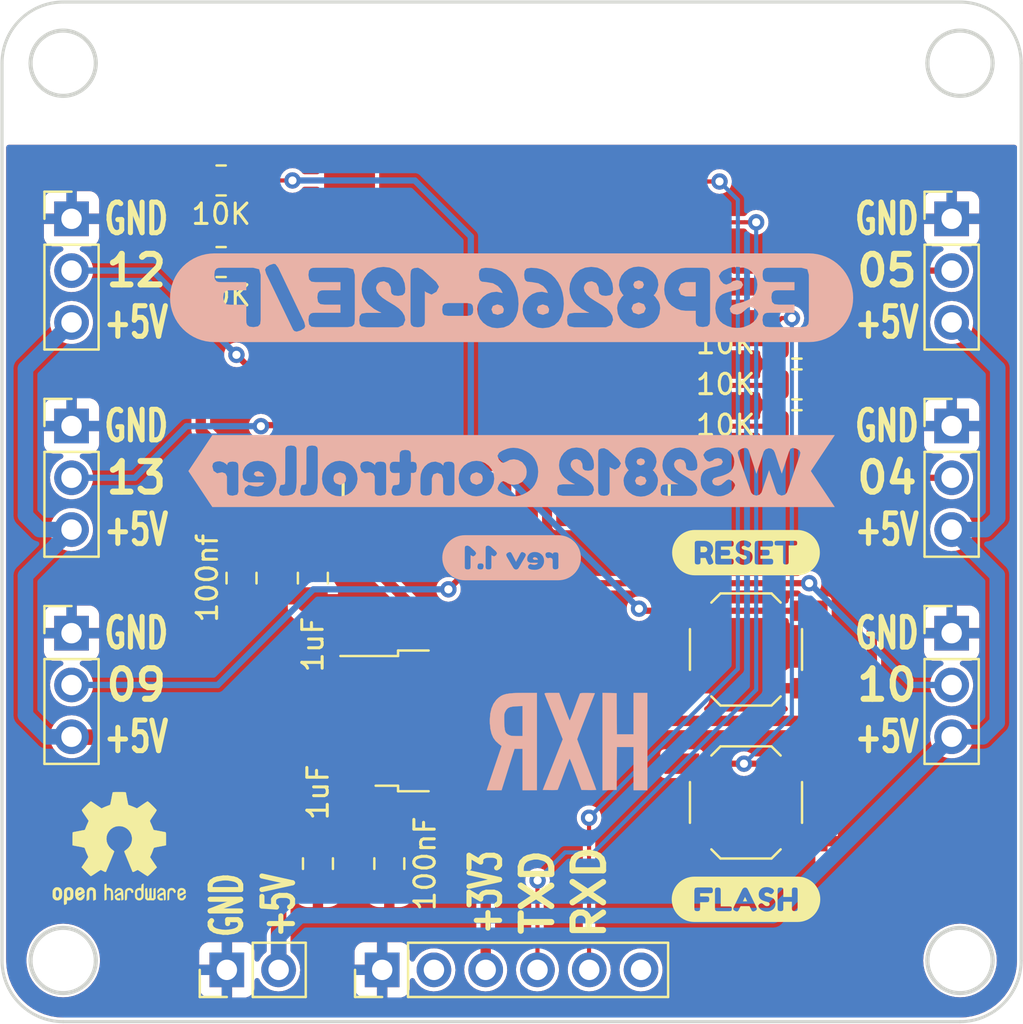
<source format=kicad_pcb>
(kicad_pcb (version 20241229) (generator "pcbnew") (generator_version "9.0")
  (title_block (title "ESP8266-12E/F WS2812 Controller") (date "2022-06-12") (rev "1.1") (company "HXR.DK") (comment 1 "CC-BY-SA"))
  (layers (0 "F.Cu" signal) (2 "B.Cu" signal) (13 "F.Paste" user) (15 "B.Paste" user) (5 "F.SilkS" user "F.Silkscreen") (7 "B.SilkS" user "B.Silkscreen") (1 "F.Mask" user) (3 "B.Mask" user) (25 "Edge.Cuts" user))
  (net 0 "")
  (net 1 "+5V")
  (net 2 "GND")
  (net 3 "+3V3")
  (net 4 "GPIO4")
  (net 5 "TXD")
  (net 6 "GPIO9")
  (net 7 "RXD")
  (net 8 "GPIO10")
  (net 9 "GPIO5")
  (net 10 "GPIO12")
  (net 11 "GPIO13")
  (net 14 "Net-(U2-CH_PD)")
  (net 15 "/~{RESET}")
  (net 16 "/~{FLASH}")
  (net 17 "Net-(U2-GPIO15)")
  (net 18 "Net-(U2-GPIO2)")
  (net 19 "ADC")
  (net 20 "GPIO16")
  (net 21 "GPIO14")
  (net 22 "CS0")
  (net 23 "MISO")
  (net 24 "MOSI")
  (net 25 "SCLK")
  (footprint "Connector_PinHeader_2.54mm:PinHeader_1x03_P2.54mm_Vertical" (layer "F.Cu") (at 96.59 70.79)
    (property "Reference" "J1" (hide yes))
    (property "Value" "WS2812")
    (pad "1" thru_hole rect (at 0 0) (size 1.7 1.7) (drill 1) (layers "*.Cu" "*.Mask") (net 2 "GND"))
    (pad "2" thru_hole oval (at 0 2.54) (size 1.7 1.7) (drill 1) (layers "*.Cu" "*.Mask") (net 4 "GPIO4"))
    (pad "3" thru_hole oval (at 0 5.08) (size 1.7 1.7) (drill 1) (layers "*.Cu" "*.Mask") (net 1 "+5V"))
  )
  (footprint "Package_TO_SOT_SMD:TO-252-2" (layer "F.Cu") (at 71.9 85.25)
    (property "Reference" "U1" (hide yes))
    (property "Value" "NCP1117-3.3_TO252")
    (pad "1" smd rect (at -4.2 -2.28) (size 2.2 1.2) (layers "F.Cu" "F.Mask" "F.Paste") (net 2 "GND"))
    (pad "2" smd rect (at 2.1 0) (size 6.4 5.8) (layers "F.Cu" "F.Mask") (net 3 "+3V3"))
    (pad "3" smd rect (at -4.2 2.28) (size 2.2 1.2) (layers "F.Cu" "F.Mask" "F.Paste") (net 1 "+5V"))
  )
  (footprint "ESP8266:ESP-12E_SMD" (layer "F.Cu") (at 67.75 58.75)
    (property "Reference" "U2" (hide yes))
    (property "Value" "ESP-12E" (hide yes))
    (pad "1" smd rect (at 0 0) (size 2.5 1.1) (drill (offset -0.7 0)) (layers "F.Cu" "F.Mask" "F.Paste") (net 15 "/~{RESET}"))
    (pad "2" smd rect (at 0 2) (size 2.5 1.1) (drill (offset -0.7 0)) (layers "F.Cu" "F.Mask" "F.Paste") (net 19 "ADC"))
    (pad "3" smd rect (at 0 4) (size 2.5 1.1) (drill (offset -0.7 0)) (layers "F.Cu" "F.Mask" "F.Paste") (net 14 "Net-(U2-CH_PD)"))
    (pad "4" smd rect (at 0 6) (size 2.5 1.1) (drill (offset -0.7 0)) (layers "F.Cu" "F.Mask" "F.Paste") (net 20 "GPIO16"))
    (pad "5" smd rect (at 0 8) (size 2.5 1.1) (drill (offset -0.7 0)) (layers "F.Cu" "F.Mask" "F.Paste") (net 21 "GPIO14"))
    (pad "6" smd rect (at 0 10) (size 2.5 1.1) (drill (offset -0.7 0)) (layers "F.Cu" "F.Mask" "F.Paste") (net 10 "GPIO12"))
    (pad "7" smd rect (at 0 12) (size 2.5 1.1) (drill (offset -0.7 0)) (layers "F.Cu" "F.Mask" "F.Paste") (net 11 "GPIO13"))
    (pad "8" smd rect (at 0 14) (size 2.5 1.1) (drill (offset -0.7 0)) (layers "F.Cu" "F.Mask" "F.Paste") (net 3 "+3V3"))
    (pad "9" smd rect (at 14 14) (size 2.5 1.1) (drill (offset 0.7 0)) (layers "F.Cu" "F.Mask" "F.Paste") (net 2 "GND"))
    (pad "10" smd rect (at 14 12) (size 2.5 1.1) (drill (offset 0.7 0)) (layers "F.Cu" "F.Mask" "F.Paste") (net 17 "Net-(U2-GPIO15)"))
    (pad "11" smd rect (at 14 10) (size 2.5 1.1) (drill (offset 0.7 0)) (layers "F.Cu" "F.Mask" "F.Paste") (net 18 "Net-(U2-GPIO2)"))
    (pad "12" smd rect (at 14 8) (size 2.5 1.1) (drill (offset 0.7 0)) (layers "F.Cu" "F.Mask" "F.Paste") (net 16 "/~{FLASH}"))
    (pad "13" smd rect (at 14 6) (size 2.5 1.1) (drill (offset 0.7 0)) (layers "F.Cu" "F.Mask" "F.Paste") (net 4 "GPIO4"))
    (pad "14" smd rect (at 14 4) (size 2.5 1.1) (drill (offset 0.7 0)) (layers "F.Cu" "F.Mask" "F.Paste") (net 9 "GPIO5"))
    (pad "15" smd rect (at 14 2) (size 2.5 1.1) (drill (offset 0.7 0)) (layers "F.Cu" "F.Mask" "F.Paste") (net 5 "TXD"))
    (pad "16" smd rect (at 14 0) (size 2.5 1.1) (drill (offset 0.7 0)) (layers "F.Cu" "F.Mask" "F.Paste") (net 7 "RXD"))
    (pad "17" smd rect (at 1.99 15 90) (size 2.5 1.1) (drill (offset -0.7 0)) (layers "F.Cu" "F.Mask" "F.Paste") (net 22 "CS0"))
    (pad "18" smd rect (at 3.99 15 90) (size 2.5 1.1) (drill (offset -0.7 0)) (layers "F.Cu" "F.Mask" "F.Paste") (net 23 "MISO"))
    (pad "19" smd rect (at 5.99 15 90) (size 2.5 1.1) (drill (offset -0.7 0)) (layers "F.Cu" "F.Mask" "F.Paste") (net 6 "GPIO9"))
    (pad "20" smd rect (at 7.99 15 90) (size 2.5 1.1) (drill (offset -0.7 0)) (layers "F.Cu" "F.Mask" "F.Paste") (net 8 "GPIO10"))
    (pad "21" smd rect (at 9.99 15 90) (size 2.5 1.1) (drill (offset -0.7 0)) (layers "F.Cu" "F.Mask" "F.Paste") (net 24 "MOSI"))
    (pad "22" smd rect (at 11.99 15 90) (size 2.5 1.1) (drill (offset -0.7 0)) (layers "F.Cu" "F.Mask" "F.Paste") (net 25 "SCLK"))
  )
  (footprint "Connector_PinHeader_2.54mm:PinHeader_1x03_P2.54mm_Vertical" (layer "F.Cu") (at 96.59 60.63)
    (property "Reference" "J2" (hide yes))
    (property "Value" "WS2812")
    (pad "1" thru_hole rect (at 0 0) (size 1.7 1.7) (drill 1) (layers "*.Cu" "*.Mask") (net 2 "GND"))
    (pad "2" thru_hole oval (at 0 2.54) (size 1.7 1.7) (drill 1) (layers "*.Cu" "*.Mask") (net 9 "GPIO5"))
    (pad "3" thru_hole oval (at 0 5.08) (size 1.7 1.7) (drill 1) (layers "*.Cu" "*.Mask") (net 1 "+5V"))
  )
  (footprint "Connector_PinHeader_2.54mm:PinHeader_1x03_P2.54mm_Vertical" (layer "F.Cu") (at 53.41 80.95)
    (property "Reference" "J3" (hide yes))
    (property "Value" "WS2812")
    (pad "1" thru_hole rect (at 0 0) (size 1.7 1.7) (drill 1) (layers "*.Cu" "*.Mask") (net 2 "GND"))
    (pad "2" thru_hole oval (at 0 2.54) (size 1.7 1.7) (drill 1) (layers "*.Cu" "*.Mask") (net 6 "GPIO9"))
    (pad "3" thru_hole oval (at 0 5.08) (size 1.7 1.7) (drill 1) (layers "*.Cu" "*.Mask") (net 1 "+5V"))
  )
  (footprint "Connector_PinHeader_2.54mm:PinHeader_1x03_P2.54mm_Vertical" (layer "F.Cu") (at 96.59 80.95)
    (property "Reference" "J4" (hide yes))
    (property "Value" "WS2812")
    (pad "1" thru_hole rect (at 0 0) (size 1.7 1.7) (drill 1) (layers "*.Cu" "*.Mask") (net 2 "GND"))
    (pad "2" thru_hole oval (at 0 2.54) (size 1.7 1.7) (drill 1) (layers "*.Cu" "*.Mask") (net 8 "GPIO10"))
    (pad "3" thru_hole oval (at 0 5.08) (size 1.7 1.7) (drill 1) (layers "*.Cu" "*.Mask") (net 1 "+5V"))
  )
  (footprint "Connector_PinHeader_2.54mm:PinHeader_1x03_P2.54mm_Vertical" (layer "F.Cu") (at 53.41 60.63)
    (property "Reference" "J5" (hide yes))
    (property "Value" "WS2812")
    (pad "1" thru_hole rect (at 0 0) (size 1.7 1.7) (drill 1) (layers "*.Cu" "*.Mask") (net 2 "GND"))
    (pad "2" thru_hole oval (at 0 2.54) (size 1.7 1.7) (drill 1) (layers "*.Cu" "*.Mask") (net 10 "GPIO12"))
    (pad "3" thru_hole oval (at 0 5.08) (size 1.7 1.7) (drill 1) (layers "*.Cu" "*.Mask") (net 1 "+5V"))
  )
  (footprint "Connector_PinHeader_2.54mm:PinHeader_1x03_P2.54mm_Vertical" (layer "F.Cu") (at 53.41 70.79)
    (property "Reference" "J6" (hide yes))
    (property "Value" "WS2812")
    (pad "1" thru_hole rect (at 0 0) (size 1.7 1.7) (drill 1) (layers "*.Cu" "*.Mask") (net 2 "GND"))
    (pad "2" thru_hole oval (at 0 2.54) (size 1.7 1.7) (drill 1) (layers "*.Cu" "*.Mask") (net 11 "GPIO13"))
    (pad "3" thru_hole oval (at 0 5.08) (size 1.7 1.7) (drill 1) (layers "*.Cu" "*.Mask") (net 1 "+5V"))
  )
  (footprint "Connector_PinHeader_2.54mm:PinHeader_1x02_P2.54mm_Vertical" (layer "F.Cu") (at 61.03 97.46 90)
    (property "Reference" "J7" (hide yes))
    (property "Value" "POWER")
    (pad "1" thru_hole rect (at 0 0 90) (size 1.7 1.7) (drill 1) (layers "*.Cu" "*.Mask") (net 2 "GND"))
    (pad "2" thru_hole oval (at 0 2.54 90) (size 1.7 1.7) (drill 1) (layers "*.Cu" "*.Mask") (net 1 "+5V"))
  )
  (footprint "Connector_PinHeader_2.54mm:PinHeader_1x06_P2.54mm_Vertical" (layer "F.Cu") (at 68.65 97.46 90)
    (property "Reference" "J8" (hide yes))
    (property "Value" "FTDI")
    (pad "1" thru_hole rect (at 0 0 90) (size 1.7 1.7) (drill 1) (layers "*.Cu" "*.Mask") (net 2 "GND"))
    (pad "2" thru_hole oval (at 0 2.54 90) (size 1.7 1.7) (drill 1) (layers "*.Cu" "*.Mask"))
    (pad "3" thru_hole oval (at 0 5.08 90) (size 1.7 1.7) (drill 1) (layers "*.Cu" "*.Mask") (net 3 "+3V3"))
    (pad "4" thru_hole oval (at 0 7.62 90) (size 1.7 1.7) (drill 1) (layers "*.Cu" "*.Mask") (net 5 "TXD"))
    (pad "5" thru_hole oval (at 0 10.16 90) (size 1.7 1.7) (drill 1) (layers "*.Cu" "*.Mask") (net 7 "RXD"))
    (pad "6" thru_hole oval (at 0 12.7 90) (size 1.7 1.7) (drill 1) (layers "*.Cu" "*.Mask"))
  )
  (footprint "Symbol:OSHW-Logo2_7.3x6mm_SilkScreen" (layer "F.Cu") (at 55.75 91.5)
    (property "Reference" "REF**" (hide yes))
    (property "Value" "OSHW-Logo2_7.3x6mm_SilkScreen" (hide yes))
  )
  (footprint "Capacitor_SMD:C_0805_2012Metric_Pad1.18x1.45mm_HandSolder" (layer "F.Cu") (at 69 92.25 -90)
    (property "Reference" "C2" (hide yes))
    (property "Value" "100nF" (at 0 -1.75 90) (layer "F.SilkS"))
    (pad "1" smd roundrect (at -1.0375 0 270) (size 1.175 1.45) (layers "F.Cu" "F.Mask" "F.Paste") (roundrect_rratio 0.2127659574) (net 1 "+5V"))
    (pad "2" smd roundrect (at 1.0375 0 270) (size 1.175 1.45) (layers "F.Cu" "F.Mask" "F.Paste") (roundrect_rratio 0.2127659574) (net 2 "GND"))
  )
  (footprint "kibuzzard-62A653A7" (layer "F.Cu") (at 86.5 94)
    (property "Reference" "kibuzzard-62A653A7" (hide yes))
    (property "Value" "G***" (hide yes))
  )
  (footprint "Button_Switch_SMD:SW_SPST_TL3342" (layer "F.Cu") (at 86.5 89.25)
    (property "Reference" "SW2" (hide yes))
    (property "Value" "FLASH")
    (pad "1" smd rect (at -3.15 -1.9) (size 1.7 1) (layers "F.Cu" "F.Mask" "F.Paste") (net 16 "/~{FLASH}"))
    (pad "1" smd rect (at 3.15 -1.9) (size 1.7 1) (layers "F.Cu" "F.Mask" "F.Paste") (net 16 "/~{FLASH}"))
    (pad "2" smd rect (at -3.15 1.9) (size 1.7 1) (layers "F.Cu" "F.Mask" "F.Paste") (net 2 "GND"))
    (pad "2" smd rect (at 3.15 1.9) (size 1.7 1) (layers "F.Cu" "F.Mask" "F.Paste") (net 2 "GND"))
  )
  (footprint "kibuzzard-62A6539A" (layer "F.Cu") (at 86.5 77)
    (property "Reference" "kibuzzard-62A6539A" (hide yes))
    (property "Value" "G***" (hide yes))
  )
  (footprint "Resistor_SMD:R_0805_2012Metric_Pad1.20x1.40mm_HandSolder" (layer "F.Cu") (at 89 68.75 180)
    (property "Reference" "R5" (hide yes))
    (property "Value" "10K" (at 3.5 0 0) (layer "F.SilkS"))
    (pad "1" smd roundrect (at -1 0 180) (size 1.2 1.4) (layers "F.Cu" "F.Mask" "F.Paste") (roundrect_rratio 0.2083333333) (net 3 "+3V3"))
    (pad "2" smd roundrect (at 1 0 180) (size 1.2 1.4) (layers "F.Cu" "F.Mask" "F.Paste") (roundrect_rratio 0.2083333333) (net 18 "Net-(U2-GPIO2)"))
  )
  (footprint "Resistor_SMD:R_0805_2012Metric_Pad1.20x1.40mm_HandSolder" (layer "F.Cu") (at 89 66.75 180)
    (property "Reference" "R3" (hide yes))
    (property "Value" "10K" (at 3.5 0 0) (layer "F.SilkS"))
    (pad "1" smd roundrect (at -1 0 180) (size 1.2 1.4) (layers "F.Cu" "F.Mask" "F.Paste") (roundrect_rratio 0.2083333333) (net 3 "+3V3"))
    (pad "2" smd roundrect (at 1 0 180) (size 1.2 1.4) (layers "F.Cu" "F.Mask" "F.Paste") (roundrect_rratio 0.2083333333) (net 16 "/~{FLASH}"))
  )
  (footprint "Resistor_SMD:R_0805_2012Metric_Pad1.20x1.40mm_HandSolder" (layer "F.Cu") (at 89 70.75)
    (property "Reference" "R4" (hide yes))
    (property "Value" "10K" (at -3.5 0 0) (layer "F.SilkS"))
    (pad "1" smd roundrect (at -1 0) (size 1.2 1.4) (layers "F.Cu" "F.Mask" "F.Paste") (roundrect_rratio 0.2083333333) (net 17 "Net-(U2-GPIO15)"))
    (pad "2" smd roundrect (at 1 0) (size 1.2 1.4) (layers "F.Cu" "F.Mask" "F.Paste") (roundrect_rratio 0.2083333333) (net 2 "GND"))
  )
  (footprint "Button_Switch_SMD:SW_SPST_TL3342" (layer "F.Cu") (at 86.5 81.75)
    (property "Reference" "SW1" (hide yes))
    (property "Value" "RESET")
    (pad "1" smd rect (at -3.15 -1.9) (size 1.7 1) (layers "F.Cu" "F.Mask" "F.Paste") (net 15 "/~{RESET}"))
    (pad "1" smd rect (at 3.15 -1.9) (size 1.7 1) (layers "F.Cu" "F.Mask" "F.Paste") (net 15 "/~{RESET}"))
    (pad "2" smd rect (at -3.15 1.9) (size 1.7 1) (layers "F.Cu" "F.Mask" "F.Paste") (net 2 "GND"))
    (pad "2" smd rect (at 3.15 1.9) (size 1.7 1) (layers "F.Cu" "F.Mask" "F.Paste") (net 2 "GND"))
  )
  (footprint "Resistor_SMD:R_0805_2012Metric_Pad1.20x1.40mm_HandSolder" (layer "F.Cu") (at 60.75 62.75)
    (property "Reference" "R1" (hide yes))
    (property "Value" "10K" (at 0 1.65 0) (layer "F.SilkS"))
    (pad "1" smd roundrect (at -1 0) (size 1.2 1.4) (layers "F.Cu" "F.Mask" "F.Paste") (roundrect_rratio 0.2083333333) (net 3 "+3V3"))
    (pad "2" smd roundrect (at 1 0) (size 1.2 1.4) (layers "F.Cu" "F.Mask" "F.Paste") (roundrect_rratio 0.2083333333) (net 14 "Net-(U2-CH_PD)"))
  )
  (footprint "Resistor_SMD:R_0805_2012Metric_Pad1.20x1.40mm_HandSolder" (layer "F.Cu") (at 60.75 58.75)
    (property "Reference" "R2" (hide yes))
    (property "Value" "10K" (at 0 1.65 0) (layer "F.SilkS"))
    (pad "1" smd roundrect (at -1 0) (size 1.2 1.4) (layers "F.Cu" "F.Mask" "F.Paste") (roundrect_rratio 0.2083333333) (net 3 "+3V3"))
    (pad "2" smd roundrect (at 1 0) (size 1.2 1.4) (layers "F.Cu" "F.Mask" "F.Paste") (roundrect_rratio 0.2083333333) (net 15 "/~{RESET}"))
  )
  (footprint "Capacitor_SMD:C_0805_2012Metric_Pad1.18x1.45mm_HandSolder" (layer "F.Cu") (at 61.75 78.25 -90)
    (property "Reference" "C4" (hide yes))
    (property "Value" "100nf" (at 0 1.68 90) (layer "F.SilkS"))
    (pad "1" smd roundrect (at -1.0375 0 270) (size 1.175 1.45) (layers "F.Cu" "F.Mask" "F.Paste") (roundrect_rratio 0.2127659574) (net 3 "+3V3"))
    (pad "2" smd roundrect (at 1.0375 0 270) (size 1.175 1.45) (layers "F.Cu" "F.Mask" "F.Paste") (roundrect_rratio 0.2127659574) (net 2 "GND"))
  )
  (footprint "Capacitor_SMD:C_0805_2012Metric_Pad1.18x1.45mm_HandSolder" (layer "F.Cu") (at 65.5 92.25 -90)
    (property "Reference" "C1" (hide yes))
    (property "Value" "1uF" (at -3.5 0 90) (layer "F.SilkS"))
    (pad "1" smd roundrect (at -1.0375 0 270) (size 1.175 1.45) (layers "F.Cu" "F.Mask" "F.Paste") (roundrect_rratio 0.2127659574) (net 1 "+5V"))
    (pad "2" smd roundrect (at 1.0375 0 270) (size 1.175 1.45) (layers "F.Cu" "F.Mask" "F.Paste") (roundrect_rratio 0.2127659574) (net 2 "GND"))
  )
  (footprint "Capacitor_SMD:C_0805_2012Metric_Pad1.18x1.45mm_HandSolder" (layer "F.Cu") (at 65.25 78.25 -90)
    (property "Reference" "C3" (hide yes))
    (property "Value" "1uF" (at 3.25 0 90) (layer "F.SilkS"))
    (pad "1" smd roundrect (at -1.0375 0 270) (size 1.175 1.45) (layers "F.Cu" "F.Mask" "F.Paste") (roundrect_rratio 0.2127659574) (net 3 "+3V3"))
    (pad "2" smd roundrect (at 1.0375 0 270) (size 1.175 1.45) (layers "F.Cu" "F.Mask" "F.Paste") (roundrect_rratio 0.2127659574) (net 2 "GND"))
  )
  (footprint "Aesthetics:HXR_logo_small" (layer "B.Cu") (at 75 86.25 180)
    (property "Reference" "G***" (hide yes))
    (property "Value" "LOGO" (hide yes))
  )
  (footprint "kibuzzard-62A6554C" (layer "B.Cu") (at 75 73 180)
    (property "Reference" "kibuzzard-62A6554C" (hide yes))
    (property "Value" "G***" (hide yes))
  )
  (footprint "kibuzzard-62A65508" (layer "B.Cu") (at 75 64.5 180)
    (property "Reference" "kibuzzard-62A65508" (hide yes))
    (property "Value" "G***" (hide yes))
  )
  (footprint "kibuzzard-62A6557D" (layer "B.Cu") (at 75 77.25 180)
    (property "Reference" "kibuzzard-62A6557D" (hide yes))
    (property "Value" "G***" (hide yes))
  )
  (gr_arc (start 54.6 53) (mid 53 54.6) (end 51.4 53) (stroke (width 0.2)) (layer "Edge.Cuts"))
  (gr_arc (start 51.4 53) (mid 53 51.4) (end 54.6 53) (stroke (width 0.2)) (layer "Edge.Cuts"))
  (gr_arc (start 51.4 97) (mid 53 95.4) (end 54.6 97) (stroke (width 0.2)) (layer "Edge.Cuts"))
  (gr_arc (start 54.6 97) (mid 53 98.6) (end 51.4 97) (stroke (width 0.2)) (layer "Edge.Cuts"))
  (gr_arc (start 95.4 97) (mid 97 95.4) (end 98.6 97) (stroke (width 0.2)) (layer "Edge.Cuts"))
  (gr_arc (start 98.6 97) (mid 97 98.6) (end 95.4 97) (stroke (width 0.2)) (layer "Edge.Cuts"))
  (gr_arc (start 97 50) (mid 99.12132 50.87868) (end 100 53) (stroke (width 0.15)) (layer "Edge.Cuts"))
  (gr_arc (start 95.4 53) (mid 97 51.4) (end 98.6 53) (stroke (width 0.2)) (layer "Edge.Cuts"))
  (gr_arc (start 50 53) (mid 50.87868 50.87868) (end 53 50) (stroke (width 0.15)) (layer "Edge.Cuts"))
  (gr_line (start 100 97) (end 100 53) (stroke (width 0.15)) (layer "Edge.Cuts"))
  (gr_arc (start 100 97) (mid 99.12132 99.12132) (end 97 100) (stroke (width 0.15)) (layer "Edge.Cuts"))
  (gr_line (start 53 100) (end 97 100) (stroke (width 0.15)) (layer "Edge.Cuts"))
  (gr_arc (start 53 100) (mid 50.87868 99.12132) (end 50 97) (stroke (width 0.15)) (layer "Edge.Cuts"))
  (gr_arc (start 98.6 53) (mid 97 54.6) (end 95.4 53) (stroke (width 0.2)) (layer "Edge.Cuts"))
  (gr_line (start 50 53) (end 50 97) (stroke (width 0.15)) (layer "Edge.Cuts"))
  (gr_line (start 97 50) (end 53 50) (stroke (width 0.15)) (layer "Edge.Cuts"))
  (gr_text "04" (at 93.415 73.33 0) (layer "F.SilkS") (effects (font (size 1.5 1.5) (thickness 0.3))))
  (gr_text "10" (at 93.415 83.49 0) (layer "F.SilkS") (effects (font (size 1.5 1.5) (thickness 0.3))))
  (gr_text "09" (at 56.585 83.49 0) (layer "F.SilkS") (effects (font (size 1.5 1.5) (thickness 0.3))))
  (gr_text "13" (at 56.585 73.33 0) (layer "F.SilkS") (effects (font (size 1.5 1.5) (thickness 0.3))))
  (gr_text "12" (at 56.585 63.17 0) (layer "F.SilkS") (effects (font (size 1.5 1.5) (thickness 0.3))))
  (gr_text "+5V" (at 93.415 75.87 0) (layer "F.SilkS") (effects (font (size 1.5 1) (thickness 0.25))))
  (gr_text "+5V" (at 93.415 86.03 0) (layer "F.SilkS") (effects (font (size 1.5 1) (thickness 0.25))))
  (gr_text "+5V" (at 93.415 65.71 0) (layer "F.SilkS") (effects (font (size 1.5 1) (thickness 0.25))))
  (gr_text "+5V" (at 56.585 86.03 0) (layer "F.SilkS") (effects (font (size 1.5 1) (thickness 0.25))))
  (gr_text "+5V" (at 56.585 75.87 0) (layer "F.SilkS") (effects (font (size 1.5 1) (thickness 0.25))))
  (gr_text "+5V" (at 56.585 65.71 0) (layer "F.SilkS") (effects (font (size 1.5 1) (thickness 0.25))))
  (gr_text "GND" (at 93.415 80.95 0) (layer "F.SilkS") (effects (font (size 1.5 1) (thickness 0.25))))
  (gr_text "GND" (at 93.415 60.63 0) (layer "F.SilkS") (effects (font (size 1.5 1) (thickness 0.25))))
  (gr_text "GND" (at 56.585 60.63 0) (layer "F.SilkS") (effects (font (size 1.5 1) (thickness 0.25))))
  (gr_text "GND" (at 56.585 70.79 0) (layer "F.SilkS") (effects (font (size 1.5 1) (thickness 0.25))))
  (gr_text "GND" (at 56.585 80.95 0) (layer "F.SilkS") (effects (font (size 1.5 1) (thickness 0.25))))
  (gr_text "+5V" (at 63.57 94.285 90) (layer "F.SilkS") (effects (font (size 1.5 1) (thickness 0.25))))
  (gr_text "GND" (at 61.03 94.285 90) (layer "F.SilkS") (effects (font (size 1.5 1) (thickness 0.25))))
  (gr_text "+3V3" (at 73.73 93.65 90) (layer "F.SilkS") (effects (font (size 1.5 1) (thickness 0.25))))
  (gr_text "TXD" (at 76.27 93.65 90) (layer "F.SilkS") (effects (font (size 1.5 1.5) (thickness 0.3))))
  (gr_text "RXD" (at 78.81 93.65 90) (layer "F.SilkS") (effects (font (size 1.5 1.5) (thickness 0.3))))
  (gr_text "05" (at 93.415 63.17 0) (layer "F.SilkS") (effects (font (size 1.5 1.5) (thickness 0.3))))
  (gr_text "GND" (at 93.415 70.79 0) (layer "F.SilkS") (effects (font (size 1.5 1) (thickness 0.25))))
  (segment (start 53.43 86.05) (end 57.823 86.05) (width 0.762) (layer "F.Cu") (net 1))
  (segment (start 53.41 86.03) (end 53.43 86.05) (width 0.762) (layer "F.Cu") (net 1))
  (segment (start 64.1545 91.2125) (end 65.5 91.2125) (width 0.508) (layer "F.Cu") (net 1))
  (segment (start 69 90.25) (end 67.7 88.95) (width 0.508) (layer "F.Cu") (net 1))
  (segment (start 67.7 88.95) (end 67.7 87.53) (width 0.508) (layer "F.Cu") (net 1))
  (segment (start 63.57 97.46) (end 63.57 91.83) (width 0.762) (layer "F.Cu") (net 1))
  (segment (start 63.57 97.46) (end 63.57 91.797) (width 0.508) (layer "F.Cu") (net 1))
  (segment (start 65.5 91.2125) (end 69 91.2125) (width 0.508) (layer "F.Cu") (net 1))
  (segment (start 63.57 91.797) (end 64.1545 91.2125) (width 0.508) (layer "F.Cu") (net 1))
  (segment (start 57.823 86.05) (end 63.57 91.797) (width 0.762) (layer "F.Cu") (net 1))
  (segment (start 69 91.2125) (end 69 90.25) (width 0.508) (layer "F.Cu") (net 1))
  (segment (start 51.15 78.13) (end 53.41 75.87) (width 0.762) (layer "B.Cu") (net 1))
  (segment (start 96.59 86.03) (end 98.12 86.03) (width 0.762) (layer "B.Cu") (net 1))
  (segment (start 98.85 67.97) (end 96.59 65.71) (width 0.762) (layer "B.Cu") (net 1))
  (segment (start 51.15 67.97) (end 53.41 65.71) (width 0.762) (layer "B.Cu") (net 1))
  (segment (start 87.82 94.8) (end 96.59 86.03) (width 0.762) (layer "B.Cu") (net 1))
  (segment (start 98.12 86.03) (end 98.825 85.325) (width 0.762) (layer "B.Cu") (net 1))
  (segment (start 64.6 94.8) (end 87.82 94.8) (width 0.762) (layer "B.Cu") (net 1))
  (segment (start 96.59 75.87) (end 98.255 75.87) (width 0.762) (layer "B.Cu") (net 1))
  (segment (start 51.15 75.175) (end 51.15 67.97) (width 0.762) (layer "B.Cu") (net 1))
  (segment (start 52.207919 86.03) (end 51.15 84.972081) (width 0.762) (layer "B.Cu") (net 1))
  (segment (start 51.845 75.87) (end 51.15 75.175) (width 0.762) (layer "B.Cu") (net 1))
  (segment (start 98.825 78.105) (end 96.59 75.87) (width 0.762) (layer "B.Cu") (net 1))
  (segment (start 53.41 75.87) (end 51.845 75.87) (width 0.762) (layer "B.Cu") (net 1))
  (segment (start 63.57 95.83) (end 64.6 94.8) (width 0.762) (layer "B.Cu") (net 1))
  (segment (start 98.85 75.275) (end 98.85 67.97) (width 0.762) (layer "B.Cu") (net 1))
  (segment (start 98.825 85.325) (end 98.825 78.105) (width 0.762) (layer "B.Cu") (net 1))
  (segment (start 53.41 86.03) (end 52.207919 86.03) (width 0.762) (layer "B.Cu") (net 1))
  (segment (start 51.15 84.972081) (end 51.15 78.13) (width 0.762) (layer "B.Cu") (net 1))
  (segment (start 98.255 75.87) (end 98.85 75.275) (width 0.762) (layer "B.Cu") (net 1))
  (segment (start 63.57 97.46) (end 63.57 95.83) (width 0.762) (layer "B.Cu") (net 1))
  (segment (start 90 66.75) (end 90 68.75) (width 0.3048) (layer "F.Cu") (net 3))
  (segment (start 67.75 72.75) (end 61.5 72.75) (width 0.508) (layer "F.Cu") (net 3))
  (segment (start 67.75 73.75) (end 65.25 76.25) (width 0.508) (layer "F.Cu") (net 3))
  (segment (start 92.675 69.675) (end 91.8 68.8) (width 0.508) (layer "F.Cu") (net 3))
  (segment (start 65.25 76.25) (end 65.25 77.2125) (width 0.508) (layer "F.Cu") (net 3))
  (segment (start 73.73 85.52) (end 74 85.25) (width 0.508) (layer "F.Cu") (net 3))
  (segment (start 91.8 68.8) (end 90.35 68.8) (width 0.508) (layer "F.Cu") (net 3))
  (segment (start 73.73 97.46) (end 73.73 85.52) (width 0.508) (layer "F.Cu") (net 3))
  (segment (start 74 85.25) (end 73.7 85.25) (width 0.508) (layer "F.Cu") (net 3))
  (segment (start 92.675 84.325) (end 92.675 69.675) (width 0.508) (layer "F.Cu") (net 3))
  (segment (start 67.7125 77.2125) (end 74 83.5) (width 0.508) (layer "F.Cu") (net 3))
  (segment (start 67.75 72.75) (end 67.75 73.75) (width 0.508) (layer "F.Cu") (net 3))
  (segment (start 91.75 85.25) (end 92.675 84.325) (width 0.508) (layer "F.Cu") (net 3))
  (segment (start 65.25 77.2125) (end 61.75 77.2125) (width 0.508) (layer "F.Cu") (net 3))
  (segment (start 61.5 72.75) (end 59.75 71) (width 0.508) (layer "F.Cu") (net 3))
  (segment (start 59.75 71) (end 59.75 58.75) (width 0.508) (layer "F.Cu") (net 3))
  (segment (start 74 85.25) (end 91.75 85.25) (width 0.508) (layer "F.Cu") (net 3))
  (segment (start 74 83.5) (end 74 85.25) (width 0.508) (layer "F.Cu") (net 3))
  (segment (start 65.25 77.2125) (end 67.7125 77.2125) (width 0.508) (layer "F.Cu") (net 3))
  (segment (start 94.88 73.33) (end 96.59 73.33) (width 0.3048) (layer "F.Cu") (net 4))
  (segment (start 93.9 72.35) (end 94.88 73.33) (width 0.3048) (layer "F.Cu") (net 4))
  (segment (start 93.9 66.8) (end 93.9 72.35) (width 0.3048) (layer "F.Cu") (net 4))
  (segment (start 81.75 64.75) (end 91.85 64.75) (width 0.3048) (layer "F.Cu") (net 4))
  (segment (start 91.85 64.75) (end 93.9 66.8) (width 0.3048) (layer "F.Cu") (net 4))
  (segment (start 76.27 93.08) (end 76.275 93.075) (width 0.2032) (layer "F.Cu") (net 5))
  (segment (start 86.434315 60.8) (end 87 60.8) (width 0.2032) (layer "F.Cu") (net 5))
  (segment (start 76.27 97.46) (end 76.27 93.08) (width 0.2032) (layer "F.Cu") (net 5))
  (segment (start 81.8 60.8) (end 86.434315 60.8) (width 0.2032) (layer "F.Cu") (net 5))
  (segment (start 81.75 60.75) (end 81.8 60.8) (width 0.2032) (layer "F.Cu") (net 5))
  (via (at 76.275 93.075) (size 0.8) (drill 0.4) (layers "F.Cu" "B.Cu") (net 5))
  (via (at 87 60.8) (size 0.8) (drill 0.4) (layers "F.Cu" "B.Cu") (net 5))
  (segment (start 79.025 91.7) (end 77.625 91.7) (width 0.2032) (layer "B.Cu") (net 5))
  (segment (start 76.275 93.05) (end 76.275 93.075) (width 0.2032) (layer "B.Cu") (net 5))
  (segment (start 77.625 91.7) (end 76.275 93.05) (width 0.2032) (layer "B.Cu") (net 5))
  (segment (start 87 83.725) (end 79.025 91.7) (width 0.2032) (layer "B.Cu") (net 5))
  (segment (start 87 60.8) (end 87 83.725) (width 0.2032) (layer "B.Cu") (net 5))
  (segment (start 73.74 73.75) (end 73.74 76.96) (width 0.3048) (layer "F.Cu") (net 6))
  (segment (start 73.74 76.96) (end 71.9 78.8) (width 0.3048) (layer "F.Cu") (net 6))
  (via (at 71.9 78.8) (size 0.8) (drill 0.4) (layers "F.Cu" "B.Cu") (net 6))
  (segment (start 60.585 83.49) (end 53.41 83.49) (width 0.3048) (layer "B.Cu") (net 6))
  (segment (start 71.9 78.8) (end 65.275 78.8) (width 0.3048) (layer "B.Cu") (net 6))
  (segment (start 65.275 78.8) (end 60.585 83.49) (width 0.3048) (layer "B.Cu") (net 6))
  (segment (start 78.8 90) (end 78.8 97.45) (width 0.2032) (layer "F.Cu") (net 7))
  (segment (start 81.8 58.8) (end 84.634315 58.8) (width 0.2032) (layer "F.Cu") (net 7))
  (segment (start 78.8 97.45) (end 78.81 97.46) (width 0.2032) (layer "F.Cu") (net 7))
  (segment (start 84.634315 58.8) (end 85.2 58.8) (width 0.2032) (layer "F.Cu") (net 7))
  (segment (start 81.75 58.75) (end 81.8 58.8) (width 0.2032) (layer "F.Cu") (net 7))
  (via (at 78.8 90) (size 0.8) (drill 0.4) (layers "F.Cu" "B.Cu") (net 7))
  (via (at 85.2 58.8) (size 0.8) (drill 0.4) (layers "F.Cu" "B.Cu") (net 7))
  (segment (start 78.8 90) (end 86.1 82.7) (width 0.2032) (layer "B.Cu") (net 7))
  (segment (start 86.1 59.7) (end 85.2 58.8) (width 0.2032) (layer "B.Cu") (net 7))
  (segment (start 86.1 82.7) (end 86.1 59.7) (width 0.2032) (layer "B.Cu") (net 7))
  (segment (start 75.74 73.75) (end 75.74 75.94) (width 0.3048) (layer "F.Cu") (net 8))
  (segment (start 78.3 78.5) (end 89.6 78.5) (width 0.3048) (layer "F.Cu") (net 8))
  (segment (start 75.74 75.94) (end 78.3 78.5) (width 0.3048) (layer "F.Cu") (net 8))
  (via (at 89.6 78.5) (size 0.8) (drill 0.4) (layers "F.Cu" "B.Cu") (net 8))
  (segment (start 94.615 83.49) (end 95.387919 83.49) (width 0.3048) (layer "B.Cu") (net 8))
  (segment (start 89.625 78.5) (end 94.615 83.49) (width 0.3048) (layer "B.Cu") (net 8))
  (segment (start 95.387919 83.49) (end 96.59 83.49) (width 0.3048) (layer "B.Cu") (net 8))
  (segment (start 89.6 78.5) (end 89.625 78.5) (width 0.3048) (layer "B.Cu") (net 8))
  (segment (start 85.92 63.17) (end 96.59 63.17) (width 0.3048) (layer "F.Cu") (net 9))
  (segment (start 85.5 62.75) (end 85.92 63.17) (width 0.3048) (layer "F.Cu") (net 9))
  (segment (start 81.75 62.75) (end 85.5 62.75) (width 0.3048) (layer "F.Cu") (net 9))
  (segment (start 67.75 68.75) (end 62.95 68.75) (width 0.3048) (layer "F.Cu") (net 10))
  (segment (start 62.95 68.75) (end 61.5 67.3) (width 0.3048) (layer "F.Cu") (net 10))
  (via (at 61.5 67.3) (size 0.8) (drill 0.4) (layers "F.Cu" "B.Cu") (net 10))
  (segment (start 57.37 63.17) (end 53.41 63.17) (width 0.3048) (layer "B.Cu") (net 10))
  (segment (start 61.5 67.3) (end 57.37 63.17) (width 0.3048) (layer "B.Cu") (net 10))
  (segment (start 67.75 70.75) (end 62.75 70.75) (width 0.3048) (layer "F.Cu") (net 11))
  (segment (start 62.75 70.75) (end 62.7 70.8) (width 0.3048) (layer "F.Cu") (net 11))
  (via (at 62.7 70.8) (size 0.8) (drill 0.4) (layers "F.Cu" "B.Cu") (net 11))
  (segment (start 62.7 70.8) (end 59.05 70.8) (width 0.3048) (layer "B.Cu") (net 11))
  (segment (start 56.52 73.33) (end 53.41 73.33) (width 0.3048) (layer "B.Cu") (net 11))
  (segment (start 59.05 70.8) (end 56.52 73.33) (width 0.3048) (layer "B.Cu") (net 11))
  (segment (start 67.75 62.75) (end 61.75 62.75) (width 0.2032) (layer "F.Cu") (net 14))
  (segment (start 81.35 79.85) (end 81.25 79.75) (width 0.3048) (layer "F.Cu") (net 15))
  (segment (start 67.75 58.75) (end 64.25 58.75) (width 0.2032) (layer "F.Cu") (net 15))
  (segment (start 64.25 58.75) (end 61.75 58.75) (width 0.2032) (layer "F.Cu") (net 15))
  (segment (start 89.65 79.85) (end 83.35 79.85) (width 0.3048) (layer "F.Cu") (net 15))
  (segment (start 83.35 79.85) (end 81.35 79.85) (width 0.3048) (layer "F.Cu") (net 15))
  (via (at 64.25 58.75) (size 0.8) (drill 0.4) (layers "F.Cu" "B.Cu") (net 15))
  (via (at 81.25 79.75) (size 0.8) (drill 0.4) (layers "F.Cu" "B.Cu") (net 15))
  (segment (start 70.25 58.75) (end 64.25 58.75) (width 0.3048) (layer "B.Cu") (net 15))
  (segment (start 73 71.5) (end 73 61.5) (width 0.3048) (layer "B.Cu") (net 15))
  (segment (start 73 61.5) (end 70.25 58.75) (width 0.3048) (layer "B.Cu") (net 15))
  (segment (start 81.25 79.75) (end 73 71.5) (width 0.3048) (layer "B.Cu") (net 15))
  (segment (start 88.75 65.5) (end 88.25 65.5) (width 0.2032) (layer "F.Cu") (net 16))
  (segment (start 88 65.75) (end 88 66.75) (width 0.2032) (layer "F.Cu") (net 16))
  (segment (start 87.65 66.75) (end 81.75 66.75) (width 0.25) (layer "F.Cu") (net 16))
  (segment (start 88.25 65.5) (end 88 65.75) (width 0.2032) (layer "F.Cu") (net 16))
  (segment (start 89.65 87.35) (end 83.35 87.35) (width 0.3048) (layer "F.Cu") (net 16))
  (via (at 86.4 87.35) (size 0.8) (drill 0.4) (layers "F.Cu" "B.Cu") (net 16))
  (via (at 88.75 65.5) (size 0.8) (drill 0.4) (layers "F.Cu" "B.Cu") (net 16))
  (segment (start 88.75 85) (end 88.75 65.5) (width 0.2032) (layer "B.Cu") (net 16))
  (segment (start 86.4 87.35) (end 88.75 85) (width 0.2032) (layer "B.Cu") (net 16))
  (segment (start 87.65 70.8) (end 81.8 70.8) (width 0.25) (layer "F.Cu") (net 17))
  (segment (start 81.8 70.8) (end 81.75 70.75) (width 0.25) (layer "F.Cu") (net 17))
  (segment (start 87.65 68.8) (end 81.8 68.8) (width 0.25) (layer "F.Cu") (net 18))
  (segment (start 81.8 68.8) (end 81.75 68.75) (width 0.25) (layer "F.Cu") (net 18))
  (zone (net 2) (net_name "GND") (layer "F.Cu") (connect_pads (clearance 0.2032)) (min_thickness 0.254) (fill yes (thermal_gap 0.508) (thermal_bridge_width 0.508))
    (polygon (pts (xy 50 100) (xy 100 100) (xy 100 57) (xy 50 57)))
  )
  (zone (net 2) (net_name "GND") (layer "B.Cu") (connect_pads (clearance 0.2032)) (min_thickness 0.254) (fill yes (thermal_gap 0.508) (thermal_bridge_width 0.508))
    (polygon (pts (xy 50 100) (xy 100 100) (xy 100 57) (xy 50 57)))
  )
)
</source>
